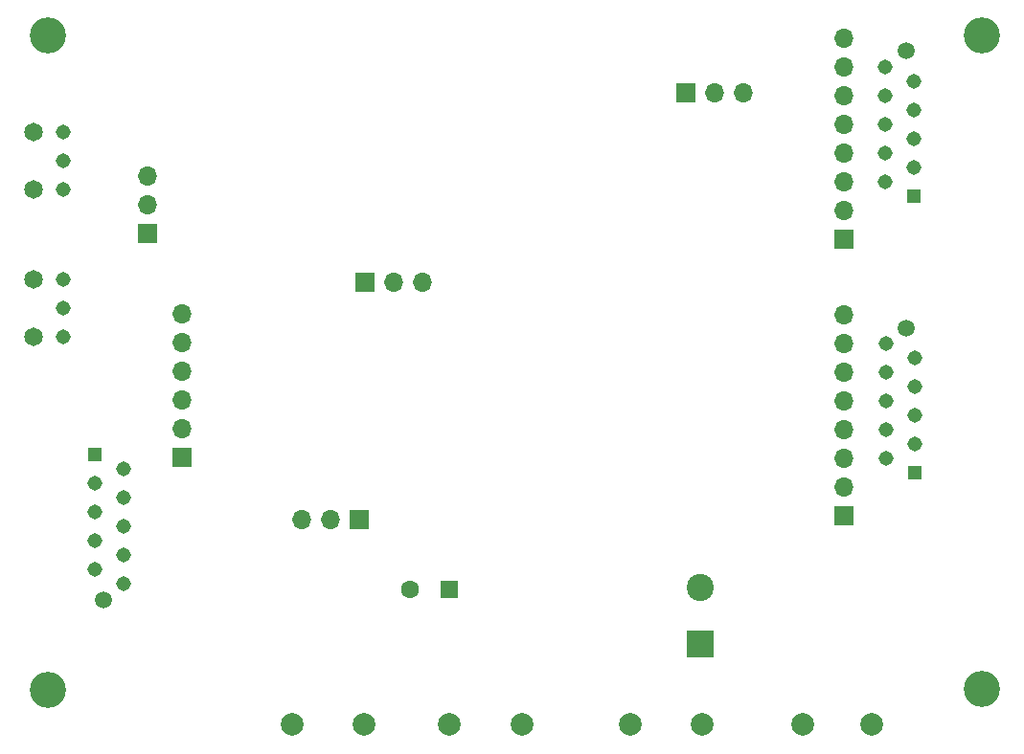
<source format=gbr>
G04 #@! TF.GenerationSoftware,KiCad,Pcbnew,(5.1.9-0-10_14)*
G04 #@! TF.CreationDate,2021-04-05T13:34:52+02:00*
G04 #@! TF.ProjectId,dac,6461632e-6b69-4636-9164-5f7063625858,rev?*
G04 #@! TF.SameCoordinates,Original*
G04 #@! TF.FileFunction,Soldermask,Bot*
G04 #@! TF.FilePolarity,Negative*
%FSLAX46Y46*%
G04 Gerber Fmt 4.6, Leading zero omitted, Abs format (unit mm)*
G04 Created by KiCad (PCBNEW (5.1.9-0-10_14)) date 2021-04-05 13:34:52*
%MOMM*%
%LPD*%
G01*
G04 APERTURE LIST*
%ADD10C,1.308000*%
%ADD11C,1.650000*%
%ADD12O,1.700000X1.700000*%
%ADD13R,1.700000X1.700000*%
%ADD14C,2.000000*%
%ADD15R,1.308000X1.308000*%
%ADD16C,1.500000*%
%ADD17C,1.600000*%
%ADD18R,1.600000X1.600000*%
%ADD19C,3.200000*%
%ADD20C,2.400000*%
%ADD21R,2.400000X2.400000*%
G04 APERTURE END LIST*
D10*
X115025000Y-83185000D03*
X115025000Y-85725000D03*
X115025000Y-88265000D03*
D11*
X112395000Y-88265000D03*
X112395000Y-83185000D03*
D10*
X115025000Y-70104000D03*
X115025000Y-72644000D03*
X115025000Y-75184000D03*
D11*
X112395000Y-75184000D03*
X112395000Y-70104000D03*
D12*
X136080500Y-104394000D03*
X138620500Y-104394000D03*
D13*
X141160500Y-104394000D03*
D14*
X171450000Y-122555000D03*
X165100000Y-122555000D03*
D15*
X190246000Y-100266500D03*
D10*
X187706000Y-98996500D03*
X190246000Y-97726500D03*
X187706000Y-96456500D03*
X190246000Y-95186500D03*
X187706000Y-93916500D03*
X190246000Y-92646500D03*
X187706000Y-91376500D03*
X190246000Y-90106500D03*
X187706000Y-88836500D03*
D16*
X189506000Y-87436500D03*
D12*
X184023000Y-86296500D03*
X184023000Y-88836500D03*
X184023000Y-91376500D03*
X184023000Y-93916500D03*
X184023000Y-96456500D03*
X184023000Y-98996500D03*
X184023000Y-101536500D03*
D13*
X184023000Y-104076500D03*
D12*
X175107600Y-66649600D03*
X172567600Y-66649600D03*
D13*
X170027600Y-66649600D03*
D12*
X122491500Y-73977500D03*
X122491500Y-76517500D03*
D13*
X122491500Y-79057500D03*
D12*
X184023000Y-61785500D03*
X184023000Y-64325500D03*
X184023000Y-66865500D03*
X184023000Y-69405500D03*
X184023000Y-71945500D03*
X184023000Y-74485500D03*
X184023000Y-77025500D03*
D13*
X184023000Y-79565500D03*
D12*
X146748500Y-83375500D03*
X144208500Y-83375500D03*
D13*
X141668500Y-83375500D03*
D15*
X117792500Y-98679000D03*
D10*
X120332500Y-99949000D03*
X117792500Y-101219000D03*
X120332500Y-102489000D03*
X117792500Y-103759000D03*
X120332500Y-105029000D03*
X117792500Y-106299000D03*
X120332500Y-107569000D03*
X117792500Y-108839000D03*
X120332500Y-110109000D03*
D16*
X118532500Y-111509000D03*
D15*
X190224000Y-75755500D03*
D10*
X187684000Y-74485500D03*
X190224000Y-73215500D03*
X187684000Y-71945500D03*
X190224000Y-70675500D03*
X187684000Y-69405500D03*
X190224000Y-68135500D03*
X187684000Y-66865500D03*
X190224000Y-65595500D03*
X187684000Y-64325500D03*
D16*
X189484000Y-62925500D03*
D17*
X145661500Y-110553500D03*
D18*
X149161500Y-110553500D03*
D12*
X125476000Y-86156800D03*
X125476000Y-88696800D03*
X125476000Y-91236800D03*
X125476000Y-93776800D03*
X125476000Y-96316800D03*
D13*
X125476000Y-98856800D03*
D14*
X180340000Y-122555000D03*
X186436000Y-122555000D03*
X141605000Y-122555000D03*
X149098000Y-122555000D03*
X155575000Y-122555000D03*
X135255000Y-122555000D03*
D19*
X113665000Y-119507000D03*
X196215000Y-119380000D03*
X196215000Y-61595000D03*
X113665000Y-61595000D03*
D20*
X171323000Y-110379500D03*
D21*
X171323000Y-115379500D03*
M02*

</source>
